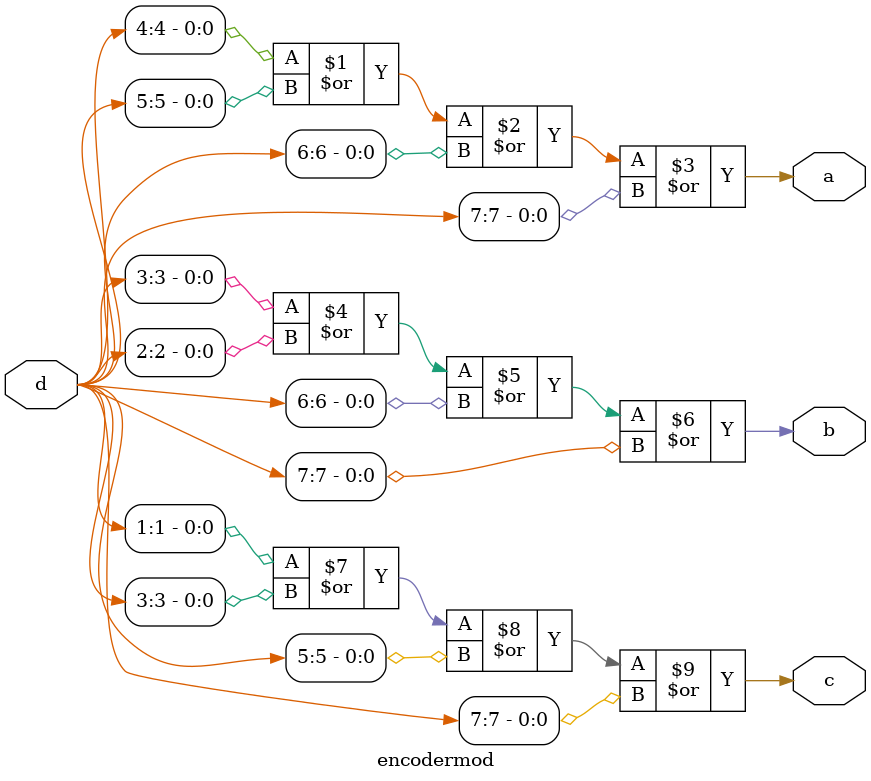
<source format=v>
module encodermod(d, a, b, c);

input [0:7] d;

output a;

output b;

output c;

or(a,d[4],d[5],d[6],d[7]);

or(b,d[3],d[2],d[6],d[7]);

or(c,d[1],d[3],d[5],d[7]);

endmodule
</source>
